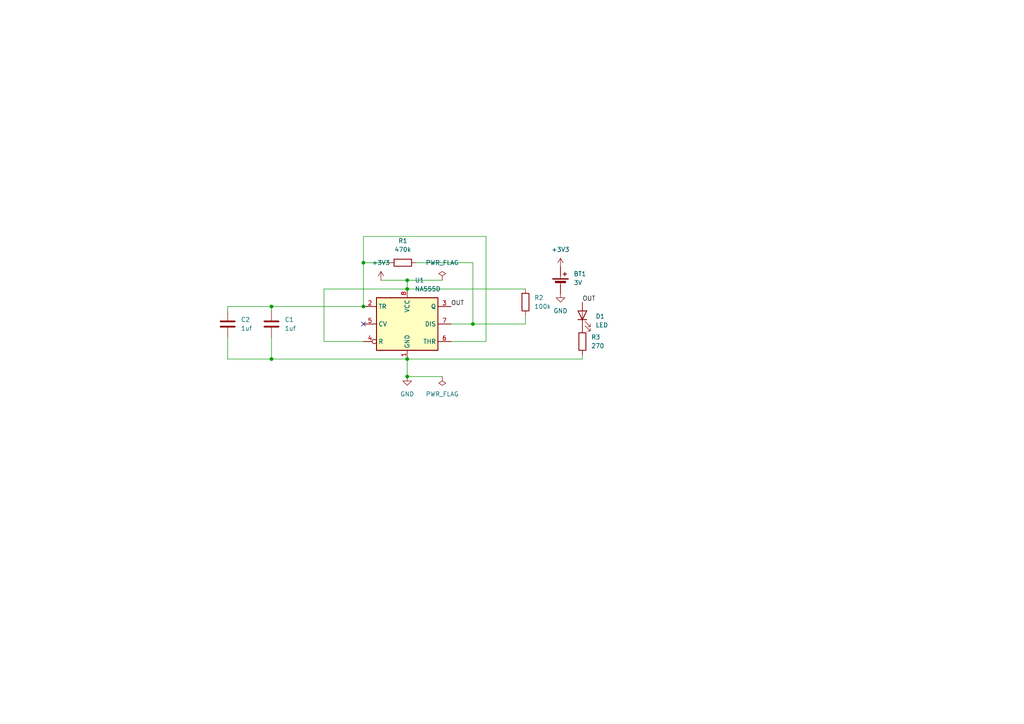
<source format=kicad_sch>
(kicad_sch
	(version 20231120)
	(generator "eeschema")
	(generator_version "8.0")
	(uuid "c71e4955-c9a1-40a7-ae39-f4b87d80f3ae")
	(paper "A4")
	(lib_symbols
		(symbol "Device:Battery_Cell"
			(pin_numbers hide)
			(pin_names
				(offset 0) hide)
			(exclude_from_sim no)
			(in_bom yes)
			(on_board yes)
			(property "Reference" "BT"
				(at 2.54 2.54 0)
				(effects
					(font
						(size 1.27 1.27)
					)
					(justify left)
				)
			)
			(property "Value" "Battery_Cell"
				(at 2.54 0 0)
				(effects
					(font
						(size 1.27 1.27)
					)
					(justify left)
				)
			)
			(property "Footprint" ""
				(at 0 1.524 90)
				(effects
					(font
						(size 1.27 1.27)
					)
					(hide yes)
				)
			)
			(property "Datasheet" "~"
				(at 0 1.524 90)
				(effects
					(font
						(size 1.27 1.27)
					)
					(hide yes)
				)
			)
			(property "Description" "Single-cell battery"
				(at 0 0 0)
				(effects
					(font
						(size 1.27 1.27)
					)
					(hide yes)
				)
			)
			(property "ki_keywords" "battery cell"
				(at 0 0 0)
				(effects
					(font
						(size 1.27 1.27)
					)
					(hide yes)
				)
			)
			(symbol "Battery_Cell_0_1"
				(rectangle
					(start -2.286 1.778)
					(end 2.286 1.524)
					(stroke
						(width 0)
						(type default)
					)
					(fill
						(type outline)
					)
				)
				(rectangle
					(start -1.524 1.016)
					(end 1.524 0.508)
					(stroke
						(width 0)
						(type default)
					)
					(fill
						(type outline)
					)
				)
				(polyline
					(pts
						(xy 0 0.762) (xy 0 0)
					)
					(stroke
						(width 0)
						(type default)
					)
					(fill
						(type none)
					)
				)
				(polyline
					(pts
						(xy 0 1.778) (xy 0 2.54)
					)
					(stroke
						(width 0)
						(type default)
					)
					(fill
						(type none)
					)
				)
				(polyline
					(pts
						(xy 0.762 3.048) (xy 1.778 3.048)
					)
					(stroke
						(width 0.254)
						(type default)
					)
					(fill
						(type none)
					)
				)
				(polyline
					(pts
						(xy 1.27 3.556) (xy 1.27 2.54)
					)
					(stroke
						(width 0.254)
						(type default)
					)
					(fill
						(type none)
					)
				)
			)
			(symbol "Battery_Cell_1_1"
				(pin passive line
					(at 0 5.08 270)
					(length 2.54)
					(name "+"
						(effects
							(font
								(size 1.27 1.27)
							)
						)
					)
					(number "1"
						(effects
							(font
								(size 1.27 1.27)
							)
						)
					)
				)
				(pin passive line
					(at 0 -2.54 90)
					(length 2.54)
					(name "-"
						(effects
							(font
								(size 1.27 1.27)
							)
						)
					)
					(number "2"
						(effects
							(font
								(size 1.27 1.27)
							)
						)
					)
				)
			)
		)
		(symbol "Device:C"
			(pin_numbers hide)
			(pin_names
				(offset 0.254)
			)
			(exclude_from_sim no)
			(in_bom yes)
			(on_board yes)
			(property "Reference" "C"
				(at 0.635 2.54 0)
				(effects
					(font
						(size 1.27 1.27)
					)
					(justify left)
				)
			)
			(property "Value" "C"
				(at 0.635 -2.54 0)
				(effects
					(font
						(size 1.27 1.27)
					)
					(justify left)
				)
			)
			(property "Footprint" ""
				(at 0.9652 -3.81 0)
				(effects
					(font
						(size 1.27 1.27)
					)
					(hide yes)
				)
			)
			(property "Datasheet" "~"
				(at 0 0 0)
				(effects
					(font
						(size 1.27 1.27)
					)
					(hide yes)
				)
			)
			(property "Description" "Unpolarized capacitor"
				(at 0 0 0)
				(effects
					(font
						(size 1.27 1.27)
					)
					(hide yes)
				)
			)
			(property "ki_keywords" "cap capacitor"
				(at 0 0 0)
				(effects
					(font
						(size 1.27 1.27)
					)
					(hide yes)
				)
			)
			(property "ki_fp_filters" "C_*"
				(at 0 0 0)
				(effects
					(font
						(size 1.27 1.27)
					)
					(hide yes)
				)
			)
			(symbol "C_0_1"
				(polyline
					(pts
						(xy -2.032 -0.762) (xy 2.032 -0.762)
					)
					(stroke
						(width 0.508)
						(type default)
					)
					(fill
						(type none)
					)
				)
				(polyline
					(pts
						(xy -2.032 0.762) (xy 2.032 0.762)
					)
					(stroke
						(width 0.508)
						(type default)
					)
					(fill
						(type none)
					)
				)
			)
			(symbol "C_1_1"
				(pin passive line
					(at 0 3.81 270)
					(length 2.794)
					(name "~"
						(effects
							(font
								(size 1.27 1.27)
							)
						)
					)
					(number "1"
						(effects
							(font
								(size 1.27 1.27)
							)
						)
					)
				)
				(pin passive line
					(at 0 -3.81 90)
					(length 2.794)
					(name "~"
						(effects
							(font
								(size 1.27 1.27)
							)
						)
					)
					(number "2"
						(effects
							(font
								(size 1.27 1.27)
							)
						)
					)
				)
			)
		)
		(symbol "Device:LED"
			(pin_numbers hide)
			(pin_names
				(offset 1.016) hide)
			(exclude_from_sim no)
			(in_bom yes)
			(on_board yes)
			(property "Reference" "D"
				(at 0 2.54 0)
				(effects
					(font
						(size 1.27 1.27)
					)
				)
			)
			(property "Value" "LED"
				(at 0 -2.54 0)
				(effects
					(font
						(size 1.27 1.27)
					)
				)
			)
			(property "Footprint" ""
				(at 0 0 0)
				(effects
					(font
						(size 1.27 1.27)
					)
					(hide yes)
				)
			)
			(property "Datasheet" "~"
				(at 0 0 0)
				(effects
					(font
						(size 1.27 1.27)
					)
					(hide yes)
				)
			)
			(property "Description" "Light emitting diode"
				(at 0 0 0)
				(effects
					(font
						(size 1.27 1.27)
					)
					(hide yes)
				)
			)
			(property "ki_keywords" "LED diode"
				(at 0 0 0)
				(effects
					(font
						(size 1.27 1.27)
					)
					(hide yes)
				)
			)
			(property "ki_fp_filters" "LED* LED_SMD:* LED_THT:*"
				(at 0 0 0)
				(effects
					(font
						(size 1.27 1.27)
					)
					(hide yes)
				)
			)
			(symbol "LED_0_1"
				(polyline
					(pts
						(xy -1.27 -1.27) (xy -1.27 1.27)
					)
					(stroke
						(width 0.254)
						(type default)
					)
					(fill
						(type none)
					)
				)
				(polyline
					(pts
						(xy -1.27 0) (xy 1.27 0)
					)
					(stroke
						(width 0)
						(type default)
					)
					(fill
						(type none)
					)
				)
				(polyline
					(pts
						(xy 1.27 -1.27) (xy 1.27 1.27) (xy -1.27 0) (xy 1.27 -1.27)
					)
					(stroke
						(width 0.254)
						(type default)
					)
					(fill
						(type none)
					)
				)
				(polyline
					(pts
						(xy -3.048 -0.762) (xy -4.572 -2.286) (xy -3.81 -2.286) (xy -4.572 -2.286) (xy -4.572 -1.524)
					)
					(stroke
						(width 0)
						(type default)
					)
					(fill
						(type none)
					)
				)
				(polyline
					(pts
						(xy -1.778 -0.762) (xy -3.302 -2.286) (xy -2.54 -2.286) (xy -3.302 -2.286) (xy -3.302 -1.524)
					)
					(stroke
						(width 0)
						(type default)
					)
					(fill
						(type none)
					)
				)
			)
			(symbol "LED_1_1"
				(pin passive line
					(at -3.81 0 0)
					(length 2.54)
					(name "K"
						(effects
							(font
								(size 1.27 1.27)
							)
						)
					)
					(number "1"
						(effects
							(font
								(size 1.27 1.27)
							)
						)
					)
				)
				(pin passive line
					(at 3.81 0 180)
					(length 2.54)
					(name "A"
						(effects
							(font
								(size 1.27 1.27)
							)
						)
					)
					(number "2"
						(effects
							(font
								(size 1.27 1.27)
							)
						)
					)
				)
			)
		)
		(symbol "Device:R"
			(pin_numbers hide)
			(pin_names
				(offset 0)
			)
			(exclude_from_sim no)
			(in_bom yes)
			(on_board yes)
			(property "Reference" "R"
				(at 2.032 0 90)
				(effects
					(font
						(size 1.27 1.27)
					)
				)
			)
			(property "Value" "R"
				(at 0 0 90)
				(effects
					(font
						(size 1.27 1.27)
					)
				)
			)
			(property "Footprint" ""
				(at -1.778 0 90)
				(effects
					(font
						(size 1.27 1.27)
					)
					(hide yes)
				)
			)
			(property "Datasheet" "~"
				(at 0 0 0)
				(effects
					(font
						(size 1.27 1.27)
					)
					(hide yes)
				)
			)
			(property "Description" "Resistor"
				(at 0 0 0)
				(effects
					(font
						(size 1.27 1.27)
					)
					(hide yes)
				)
			)
			(property "ki_keywords" "R res resistor"
				(at 0 0 0)
				(effects
					(font
						(size 1.27 1.27)
					)
					(hide yes)
				)
			)
			(property "ki_fp_filters" "R_*"
				(at 0 0 0)
				(effects
					(font
						(size 1.27 1.27)
					)
					(hide yes)
				)
			)
			(symbol "R_0_1"
				(rectangle
					(start -1.016 -2.54)
					(end 1.016 2.54)
					(stroke
						(width 0.254)
						(type default)
					)
					(fill
						(type none)
					)
				)
			)
			(symbol "R_1_1"
				(pin passive line
					(at 0 3.81 270)
					(length 1.27)
					(name "~"
						(effects
							(font
								(size 1.27 1.27)
							)
						)
					)
					(number "1"
						(effects
							(font
								(size 1.27 1.27)
							)
						)
					)
				)
				(pin passive line
					(at 0 -3.81 90)
					(length 1.27)
					(name "~"
						(effects
							(font
								(size 1.27 1.27)
							)
						)
					)
					(number "2"
						(effects
							(font
								(size 1.27 1.27)
							)
						)
					)
				)
			)
		)
		(symbol "Timer:NA555D"
			(exclude_from_sim no)
			(in_bom yes)
			(on_board yes)
			(property "Reference" "U"
				(at -10.16 8.89 0)
				(effects
					(font
						(size 1.27 1.27)
					)
					(justify left)
				)
			)
			(property "Value" "NA555D"
				(at 2.54 8.89 0)
				(effects
					(font
						(size 1.27 1.27)
					)
					(justify left)
				)
			)
			(property "Footprint" "Package_SO:SOIC-8_3.9x4.9mm_P1.27mm"
				(at 21.59 -10.16 0)
				(effects
					(font
						(size 1.27 1.27)
					)
					(hide yes)
				)
			)
			(property "Datasheet" "http://www.ti.com/lit/ds/symlink/ne555.pdf"
				(at 21.59 -10.16 0)
				(effects
					(font
						(size 1.27 1.27)
					)
					(hide yes)
				)
			)
			(property "Description" "Precision Timers, 555 compatible, SOIC-8"
				(at 0 0 0)
				(effects
					(font
						(size 1.27 1.27)
					)
					(hide yes)
				)
			)
			(property "ki_keywords" "single timer 555"
				(at 0 0 0)
				(effects
					(font
						(size 1.27 1.27)
					)
					(hide yes)
				)
			)
			(property "ki_fp_filters" "SOIC*3.9x4.9mm*P1.27mm*"
				(at 0 0 0)
				(effects
					(font
						(size 1.27 1.27)
					)
					(hide yes)
				)
			)
			(symbol "NA555D_0_0"
				(pin power_in line
					(at 0 -10.16 90)
					(length 2.54)
					(name "GND"
						(effects
							(font
								(size 1.27 1.27)
							)
						)
					)
					(number "1"
						(effects
							(font
								(size 1.27 1.27)
							)
						)
					)
				)
				(pin power_in line
					(at 0 10.16 270)
					(length 2.54)
					(name "VCC"
						(effects
							(font
								(size 1.27 1.27)
							)
						)
					)
					(number "8"
						(effects
							(font
								(size 1.27 1.27)
							)
						)
					)
				)
			)
			(symbol "NA555D_0_1"
				(rectangle
					(start -8.89 -7.62)
					(end 8.89 7.62)
					(stroke
						(width 0.254)
						(type default)
					)
					(fill
						(type background)
					)
				)
				(rectangle
					(start -8.89 -7.62)
					(end 8.89 7.62)
					(stroke
						(width 0.254)
						(type default)
					)
					(fill
						(type background)
					)
				)
			)
			(symbol "NA555D_1_1"
				(pin input line
					(at -12.7 5.08 0)
					(length 3.81)
					(name "TR"
						(effects
							(font
								(size 1.27 1.27)
							)
						)
					)
					(number "2"
						(effects
							(font
								(size 1.27 1.27)
							)
						)
					)
				)
				(pin output line
					(at 12.7 5.08 180)
					(length 3.81)
					(name "Q"
						(effects
							(font
								(size 1.27 1.27)
							)
						)
					)
					(number "3"
						(effects
							(font
								(size 1.27 1.27)
							)
						)
					)
				)
				(pin input inverted
					(at -12.7 -5.08 0)
					(length 3.81)
					(name "R"
						(effects
							(font
								(size 1.27 1.27)
							)
						)
					)
					(number "4"
						(effects
							(font
								(size 1.27 1.27)
							)
						)
					)
				)
				(pin input line
					(at -12.7 0 0)
					(length 3.81)
					(name "CV"
						(effects
							(font
								(size 1.27 1.27)
							)
						)
					)
					(number "5"
						(effects
							(font
								(size 1.27 1.27)
							)
						)
					)
				)
				(pin input line
					(at 12.7 -5.08 180)
					(length 3.81)
					(name "THR"
						(effects
							(font
								(size 1.27 1.27)
							)
						)
					)
					(number "6"
						(effects
							(font
								(size 1.27 1.27)
							)
						)
					)
				)
				(pin input line
					(at 12.7 0 180)
					(length 3.81)
					(name "DIS"
						(effects
							(font
								(size 1.27 1.27)
							)
						)
					)
					(number "7"
						(effects
							(font
								(size 1.27 1.27)
							)
						)
					)
				)
			)
		)
		(symbol "power:+3V3"
			(power)
			(pin_numbers hide)
			(pin_names
				(offset 0) hide)
			(exclude_from_sim no)
			(in_bom yes)
			(on_board yes)
			(property "Reference" "#PWR"
				(at 0 -3.81 0)
				(effects
					(font
						(size 1.27 1.27)
					)
					(hide yes)
				)
			)
			(property "Value" "+3V3"
				(at 0 3.556 0)
				(effects
					(font
						(size 1.27 1.27)
					)
				)
			)
			(property "Footprint" ""
				(at 0 0 0)
				(effects
					(font
						(size 1.27 1.27)
					)
					(hide yes)
				)
			)
			(property "Datasheet" ""
				(at 0 0 0)
				(effects
					(font
						(size 1.27 1.27)
					)
					(hide yes)
				)
			)
			(property "Description" "Power symbol creates a global label with name \"+3V3\""
				(at 0 0 0)
				(effects
					(font
						(size 1.27 1.27)
					)
					(hide yes)
				)
			)
			(property "ki_keywords" "global power"
				(at 0 0 0)
				(effects
					(font
						(size 1.27 1.27)
					)
					(hide yes)
				)
			)
			(symbol "+3V3_0_1"
				(polyline
					(pts
						(xy -0.762 1.27) (xy 0 2.54)
					)
					(stroke
						(width 0)
						(type default)
					)
					(fill
						(type none)
					)
				)
				(polyline
					(pts
						(xy 0 0) (xy 0 2.54)
					)
					(stroke
						(width 0)
						(type default)
					)
					(fill
						(type none)
					)
				)
				(polyline
					(pts
						(xy 0 2.54) (xy 0.762 1.27)
					)
					(stroke
						(width 0)
						(type default)
					)
					(fill
						(type none)
					)
				)
			)
			(symbol "+3V3_1_1"
				(pin power_in line
					(at 0 0 90)
					(length 0)
					(name "~"
						(effects
							(font
								(size 1.27 1.27)
							)
						)
					)
					(number "1"
						(effects
							(font
								(size 1.27 1.27)
							)
						)
					)
				)
			)
		)
		(symbol "power:GND"
			(power)
			(pin_numbers hide)
			(pin_names
				(offset 0) hide)
			(exclude_from_sim no)
			(in_bom yes)
			(on_board yes)
			(property "Reference" "#PWR"
				(at 0 -6.35 0)
				(effects
					(font
						(size 1.27 1.27)
					)
					(hide yes)
				)
			)
			(property "Value" "GND"
				(at 0 -3.81 0)
				(effects
					(font
						(size 1.27 1.27)
					)
				)
			)
			(property "Footprint" ""
				(at 0 0 0)
				(effects
					(font
						(size 1.27 1.27)
					)
					(hide yes)
				)
			)
			(property "Datasheet" ""
				(at 0 0 0)
				(effects
					(font
						(size 1.27 1.27)
					)
					(hide yes)
				)
			)
			(property "Description" "Power symbol creates a global label with name \"GND\" , ground"
				(at 0 0 0)
				(effects
					(font
						(size 1.27 1.27)
					)
					(hide yes)
				)
			)
			(property "ki_keywords" "global power"
				(at 0 0 0)
				(effects
					(font
						(size 1.27 1.27)
					)
					(hide yes)
				)
			)
			(symbol "GND_0_1"
				(polyline
					(pts
						(xy 0 0) (xy 0 -1.27) (xy 1.27 -1.27) (xy 0 -2.54) (xy -1.27 -1.27) (xy 0 -1.27)
					)
					(stroke
						(width 0)
						(type default)
					)
					(fill
						(type none)
					)
				)
			)
			(symbol "GND_1_1"
				(pin power_in line
					(at 0 0 270)
					(length 0)
					(name "~"
						(effects
							(font
								(size 1.27 1.27)
							)
						)
					)
					(number "1"
						(effects
							(font
								(size 1.27 1.27)
							)
						)
					)
				)
			)
		)
		(symbol "power:PWR_FLAG"
			(power)
			(pin_numbers hide)
			(pin_names
				(offset 0) hide)
			(exclude_from_sim no)
			(in_bom yes)
			(on_board yes)
			(property "Reference" "#FLG"
				(at 0 1.905 0)
				(effects
					(font
						(size 1.27 1.27)
					)
					(hide yes)
				)
			)
			(property "Value" "PWR_FLAG"
				(at 0 3.81 0)
				(effects
					(font
						(size 1.27 1.27)
					)
				)
			)
			(property "Footprint" ""
				(at 0 0 0)
				(effects
					(font
						(size 1.27 1.27)
					)
					(hide yes)
				)
			)
			(property "Datasheet" "~"
				(at 0 0 0)
				(effects
					(font
						(size 1.27 1.27)
					)
					(hide yes)
				)
			)
			(property "Description" "Special symbol for telling ERC where power comes from"
				(at 0 0 0)
				(effects
					(font
						(size 1.27 1.27)
					)
					(hide yes)
				)
			)
			(property "ki_keywords" "flag power"
				(at 0 0 0)
				(effects
					(font
						(size 1.27 1.27)
					)
					(hide yes)
				)
			)
			(symbol "PWR_FLAG_0_0"
				(pin power_out line
					(at 0 0 90)
					(length 0)
					(name "~"
						(effects
							(font
								(size 1.27 1.27)
							)
						)
					)
					(number "1"
						(effects
							(font
								(size 1.27 1.27)
							)
						)
					)
				)
			)
			(symbol "PWR_FLAG_0_1"
				(polyline
					(pts
						(xy 0 0) (xy 0 1.27) (xy -1.016 1.905) (xy 0 2.54) (xy 1.016 1.905) (xy 0 1.27)
					)
					(stroke
						(width 0)
						(type default)
					)
					(fill
						(type none)
					)
				)
			)
		)
	)
	(junction
		(at 118.11 81.28)
		(diameter 0)
		(color 0 0 0 0)
		(uuid "07cb6c3b-bfe3-40b2-9d9c-58157db60d0d")
	)
	(junction
		(at 118.11 83.82)
		(diameter 0)
		(color 0 0 0 0)
		(uuid "07eebd90-4530-468c-b76e-2ccdbebfe184")
	)
	(junction
		(at 118.11 104.14)
		(diameter 0)
		(color 0 0 0 0)
		(uuid "08367aed-20f1-4da2-981d-d061a83ac519")
	)
	(junction
		(at 118.11 109.22)
		(diameter 0)
		(color 0 0 0 0)
		(uuid "6d957819-4c09-4296-9344-40df0be14fba")
	)
	(junction
		(at 78.74 104.14)
		(diameter 0)
		(color 0 0 0 0)
		(uuid "c1fcac20-89d2-4d5f-a87b-4431c4b93ec6")
	)
	(junction
		(at 78.74 88.9)
		(diameter 0)
		(color 0 0 0 0)
		(uuid "d457d6db-de70-4f67-a071-e1451acdc65e")
	)
	(junction
		(at 105.41 76.2)
		(diameter 0)
		(color 0 0 0 0)
		(uuid "d47fc77e-638f-4cc7-8b70-7d6d144cf2b9")
	)
	(junction
		(at 137.16 93.98)
		(diameter 0)
		(color 0 0 0 0)
		(uuid "dd31bbc8-2426-4043-9ea6-2738a95dbb1d")
	)
	(junction
		(at 105.41 88.9)
		(diameter 0)
		(color 0 0 0 0)
		(uuid "e2414e71-ac49-48db-9d60-bbe08e678d0c")
	)
	(no_connect
		(at 105.41 93.98)
		(uuid "aecd2016-f619-4162-8319-0ffec0b22c69")
	)
	(wire
		(pts
			(xy 78.74 88.9) (xy 105.41 88.9)
		)
		(stroke
			(width 0)
			(type default)
		)
		(uuid "00bddc8b-cf94-4ca4-b2c0-d4c4f1129968")
	)
	(wire
		(pts
			(xy 66.04 88.9) (xy 78.74 88.9)
		)
		(stroke
			(width 0)
			(type default)
		)
		(uuid "016f3c12-107b-462f-af06-48ce52cb5ca9")
	)
	(wire
		(pts
			(xy 118.11 109.22) (xy 128.27 109.22)
		)
		(stroke
			(width 0)
			(type default)
		)
		(uuid "08c8a456-db59-43d0-8806-3c91ee633aa1")
	)
	(wire
		(pts
			(xy 137.16 76.2) (xy 137.16 93.98)
		)
		(stroke
			(width 0)
			(type default)
		)
		(uuid "1559bf3d-fd8c-47bc-a49e-9bc02f826cc1")
	)
	(wire
		(pts
			(xy 128.27 81.28) (xy 118.11 81.28)
		)
		(stroke
			(width 0)
			(type default)
		)
		(uuid "23c7aca6-0f5e-4f3c-ae18-845b1928e4f4")
	)
	(wire
		(pts
			(xy 137.16 93.98) (xy 130.81 93.98)
		)
		(stroke
			(width 0)
			(type default)
		)
		(uuid "2e041ed3-35e9-4a0d-9497-03f7d1f639e1")
	)
	(wire
		(pts
			(xy 152.4 83.82) (xy 118.11 83.82)
		)
		(stroke
			(width 0)
			(type default)
		)
		(uuid "4620ed24-d123-47dd-9ff6-335eecdb19e2")
	)
	(wire
		(pts
			(xy 152.4 91.44) (xy 152.4 93.98)
		)
		(stroke
			(width 0)
			(type default)
		)
		(uuid "4bea74c4-c22d-4aca-81ca-08cb2ee1a596")
	)
	(wire
		(pts
			(xy 130.81 99.06) (xy 140.97 99.06)
		)
		(stroke
			(width 0)
			(type default)
		)
		(uuid "59b3213c-8bae-487f-8b64-9ca28175991c")
	)
	(wire
		(pts
			(xy 137.16 93.98) (xy 152.4 93.98)
		)
		(stroke
			(width 0)
			(type default)
		)
		(uuid "5e4b6b30-6489-451a-afa9-0615fd098bae")
	)
	(wire
		(pts
			(xy 78.74 97.79) (xy 78.74 104.14)
		)
		(stroke
			(width 0)
			(type default)
		)
		(uuid "5f3cb57d-0d53-49e8-ac50-200873c8b83e")
	)
	(wire
		(pts
			(xy 118.11 104.14) (xy 118.11 109.22)
		)
		(stroke
			(width 0)
			(type default)
		)
		(uuid "6b85bad1-d9bf-4697-93b0-0459ef35f330")
	)
	(wire
		(pts
			(xy 113.03 76.2) (xy 105.41 76.2)
		)
		(stroke
			(width 0)
			(type default)
		)
		(uuid "7ec6267c-7f1b-48e9-a0f0-bf0beeac8cc1")
	)
	(wire
		(pts
			(xy 118.11 81.28) (xy 118.11 83.82)
		)
		(stroke
			(width 0)
			(type default)
		)
		(uuid "87d3d55e-35a6-4f74-b0d9-20eeaadd5264")
	)
	(wire
		(pts
			(xy 78.74 104.14) (xy 118.11 104.14)
		)
		(stroke
			(width 0)
			(type default)
		)
		(uuid "8cff406f-1cd2-4a25-8c95-81ff1463e06c")
	)
	(wire
		(pts
			(xy 93.98 83.82) (xy 93.98 99.06)
		)
		(stroke
			(width 0)
			(type default)
		)
		(uuid "908821dd-992b-4262-9cd3-042c4088bef1")
	)
	(wire
		(pts
			(xy 140.97 68.58) (xy 105.41 68.58)
		)
		(stroke
			(width 0)
			(type default)
		)
		(uuid "90a0c37a-0de9-486a-b203-4b577212eba0")
	)
	(wire
		(pts
			(xy 105.41 76.2) (xy 105.41 88.9)
		)
		(stroke
			(width 0)
			(type default)
		)
		(uuid "93ee564e-50ba-425c-876f-7a7dd934d290")
	)
	(wire
		(pts
			(xy 118.11 83.82) (xy 93.98 83.82)
		)
		(stroke
			(width 0)
			(type default)
		)
		(uuid "a0c6ca04-ec1b-44cc-8d8c-d0e1f49c2c45")
	)
	(wire
		(pts
			(xy 105.41 68.58) (xy 105.41 76.2)
		)
		(stroke
			(width 0)
			(type default)
		)
		(uuid "aca9bbcd-eeaf-4870-a02d-230004d919c3")
	)
	(wire
		(pts
			(xy 66.04 97.79) (xy 66.04 104.14)
		)
		(stroke
			(width 0)
			(type default)
		)
		(uuid "b2e8ff04-fb56-47f6-bacc-888c6c377327")
	)
	(wire
		(pts
			(xy 93.98 99.06) (xy 105.41 99.06)
		)
		(stroke
			(width 0)
			(type default)
		)
		(uuid "b58facc1-bacd-4567-9f8d-276cc362b97f")
	)
	(wire
		(pts
			(xy 78.74 90.17) (xy 78.74 88.9)
		)
		(stroke
			(width 0)
			(type default)
		)
		(uuid "c4588814-1f85-431f-b7d5-77400d4c98e0")
	)
	(wire
		(pts
			(xy 66.04 90.17) (xy 66.04 88.9)
		)
		(stroke
			(width 0)
			(type default)
		)
		(uuid "cbe820fe-ad18-4824-8db2-b62f223de459")
	)
	(wire
		(pts
			(xy 168.91 104.14) (xy 118.11 104.14)
		)
		(stroke
			(width 0)
			(type default)
		)
		(uuid "ce3cdba2-db55-4ccf-b78d-c59c4f8ee0b6")
	)
	(wire
		(pts
			(xy 120.65 76.2) (xy 137.16 76.2)
		)
		(stroke
			(width 0)
			(type default)
		)
		(uuid "e6570c42-1cde-41dd-8b37-1b8954e32efb")
	)
	(wire
		(pts
			(xy 110.49 81.28) (xy 118.11 81.28)
		)
		(stroke
			(width 0)
			(type default)
		)
		(uuid "e9172086-4a8d-4b7a-b23a-25b69b696d7e")
	)
	(wire
		(pts
			(xy 66.04 104.14) (xy 78.74 104.14)
		)
		(stroke
			(width 0)
			(type default)
		)
		(uuid "ebb6a336-b520-4d09-b458-0942e7bb05c6")
	)
	(wire
		(pts
			(xy 140.97 99.06) (xy 140.97 68.58)
		)
		(stroke
			(width 0)
			(type default)
		)
		(uuid "fb935af9-ee1b-4002-b775-ded768d03e16")
	)
	(wire
		(pts
			(xy 168.91 102.87) (xy 168.91 104.14)
		)
		(stroke
			(width 0)
			(type default)
		)
		(uuid "fd5fa8e7-7524-4b21-bdf1-ec8e043130f5")
	)
	(label "OUT"
		(at 130.81 88.9 0)
		(fields_autoplaced yes)
		(effects
			(font
				(size 1.27 1.27)
			)
			(justify left bottom)
		)
		(uuid "4d5f5a2b-e5e3-4bdc-a3df-17f85d862f92")
	)
	(label "OUT"
		(at 168.91 87.63 0)
		(fields_autoplaced yes)
		(effects
			(font
				(size 1.27 1.27)
			)
			(justify left bottom)
		)
		(uuid "8fb2273c-057a-4c8d-8fe0-e913301cd4eb")
	)
	(symbol
		(lib_id "power:GND")
		(at 162.56 85.09 0)
		(unit 1)
		(exclude_from_sim no)
		(in_bom yes)
		(on_board yes)
		(dnp no)
		(fields_autoplaced yes)
		(uuid "3ad73e20-dcf9-4b4a-9e22-7a519c5e74c2")
		(property "Reference" "#PWR04"
			(at 162.56 91.44 0)
			(effects
				(font
					(size 1.27 1.27)
				)
				(hide yes)
			)
		)
		(property "Value" "GND"
			(at 162.56 90.17 0)
			(effects
				(font
					(size 1.27 1.27)
				)
			)
		)
		(property "Footprint" ""
			(at 162.56 85.09 0)
			(effects
				(font
					(size 1.27 1.27)
				)
				(hide yes)
			)
		)
		(property "Datasheet" ""
			(at 162.56 85.09 0)
			(effects
				(font
					(size 1.27 1.27)
				)
				(hide yes)
			)
		)
		(property "Description" "Power symbol creates a global label with name \"GND\" , ground"
			(at 162.56 85.09 0)
			(effects
				(font
					(size 1.27 1.27)
				)
				(hide yes)
			)
		)
		(pin "1"
			(uuid "037ede1d-e7ee-407b-94cd-06bd9964d897")
		)
		(instances
			(project "MyNEW_PCB_ART_SJCET"
				(path "/c71e4955-c9a1-40a7-ae39-f4b87d80f3ae"
					(reference "#PWR04")
					(unit 1)
				)
			)
		)
	)
	(symbol
		(lib_id "Device:Battery_Cell")
		(at 162.56 82.55 0)
		(unit 1)
		(exclude_from_sim no)
		(in_bom yes)
		(on_board yes)
		(dnp no)
		(fields_autoplaced yes)
		(uuid "5a1e71ce-f7b9-4a97-a167-5b78cfcb30f9")
		(property "Reference" "BT1"
			(at 166.37 79.4384 0)
			(effects
				(font
					(size 1.27 1.27)
				)
				(justify left)
			)
		)
		(property "Value" "3V"
			(at 166.37 81.9784 0)
			(effects
				(font
					(size 1.27 1.27)
				)
				(justify left)
			)
		)
		(property "Footprint" "Battery_smd_pad_vinvout:battery_pads"
			(at 162.56 81.026 90)
			(effects
				(font
					(size 1.27 1.27)
				)
				(hide yes)
			)
		)
		(property "Datasheet" "~"
			(at 162.56 81.026 90)
			(effects
				(font
					(size 1.27 1.27)
				)
				(hide yes)
			)
		)
		(property "Description" "Single-cell battery"
			(at 162.56 82.55 0)
			(effects
				(font
					(size 1.27 1.27)
				)
				(hide yes)
			)
		)
		(pin "1"
			(uuid "9bc78e23-a522-41cd-a150-8e40a9e2f4d7")
		)
		(pin "2"
			(uuid "38d6e4e5-5425-4dbf-b989-f8421da3be2c")
		)
		(instances
			(project ""
				(path "/c71e4955-c9a1-40a7-ae39-f4b87d80f3ae"
					(reference "BT1")
					(unit 1)
				)
			)
		)
	)
	(symbol
		(lib_id "power:+3V3")
		(at 162.56 77.47 0)
		(unit 1)
		(exclude_from_sim no)
		(in_bom yes)
		(on_board yes)
		(dnp no)
		(fields_autoplaced yes)
		(uuid "693127c5-1771-4908-8c6c-8270f82cc5d4")
		(property "Reference" "#PWR03"
			(at 162.56 81.28 0)
			(effects
				(font
					(size 1.27 1.27)
				)
				(hide yes)
			)
		)
		(property "Value" "+3V3"
			(at 162.56 72.39 0)
			(effects
				(font
					(size 1.27 1.27)
				)
			)
		)
		(property "Footprint" ""
			(at 162.56 77.47 0)
			(effects
				(font
					(size 1.27 1.27)
				)
				(hide yes)
			)
		)
		(property "Datasheet" ""
			(at 162.56 77.47 0)
			(effects
				(font
					(size 1.27 1.27)
				)
				(hide yes)
			)
		)
		(property "Description" "Power symbol creates a global label with name \"+3V3\""
			(at 162.56 77.47 0)
			(effects
				(font
					(size 1.27 1.27)
				)
				(hide yes)
			)
		)
		(pin "1"
			(uuid "5ae0c26f-c879-4e23-92a5-5f2d975242f0")
		)
		(instances
			(project "MyNEW_PCB_ART_SJCET"
				(path "/c71e4955-c9a1-40a7-ae39-f4b87d80f3ae"
					(reference "#PWR03")
					(unit 1)
				)
			)
		)
	)
	(symbol
		(lib_id "Device:R")
		(at 116.84 76.2 90)
		(unit 1)
		(exclude_from_sim no)
		(in_bom yes)
		(on_board yes)
		(dnp no)
		(fields_autoplaced yes)
		(uuid "6a72116b-752d-4c5c-b5f2-fd73b6a965b1")
		(property "Reference" "R1"
			(at 116.84 69.85 90)
			(effects
				(font
					(size 1.27 1.27)
				)
			)
		)
		(property "Value" "470k"
			(at 116.84 72.39 90)
			(effects
				(font
					(size 1.27 1.27)
				)
			)
		)
		(property "Footprint" "Resistor_SMD:R_1206_3216Metric"
			(at 116.84 77.978 90)
			(effects
				(font
					(size 1.27 1.27)
				)
				(hide yes)
			)
		)
		(property "Datasheet" "~"
			(at 116.84 76.2 0)
			(effects
				(font
					(size 1.27 1.27)
				)
				(hide yes)
			)
		)
		(property "Description" "Resistor"
			(at 116.84 76.2 0)
			(effects
				(font
					(size 1.27 1.27)
				)
				(hide yes)
			)
		)
		(pin "1"
			(uuid "f6943468-9717-4079-801f-d80fea3cae73")
		)
		(pin "2"
			(uuid "26c36371-25cc-4e8e-acd7-8b8f92f26122")
		)
		(instances
			(project ""
				(path "/c71e4955-c9a1-40a7-ae39-f4b87d80f3ae"
					(reference "R1")
					(unit 1)
				)
			)
		)
	)
	(symbol
		(lib_id "Timer:NA555D")
		(at 118.11 93.98 0)
		(unit 1)
		(exclude_from_sim no)
		(in_bom yes)
		(on_board yes)
		(dnp no)
		(fields_autoplaced yes)
		(uuid "6cda4b28-127b-41fa-bf00-66b0f875f8ab")
		(property "Reference" "U1"
			(at 120.3041 81.28 0)
			(effects
				(font
					(size 1.27 1.27)
				)
				(justify left)
			)
		)
		(property "Value" "NA555D"
			(at 120.3041 83.82 0)
			(effects
				(font
					(size 1.27 1.27)
				)
				(justify left)
			)
		)
		(property "Footprint" "Package_SO:SOIC-8_3.9x4.9mm_P1.27mm"
			(at 139.7 104.14 0)
			(effects
				(font
					(size 1.27 1.27)
				)
				(hide yes)
			)
		)
		(property "Datasheet" "http://www.ti.com/lit/ds/symlink/ne555.pdf"
			(at 139.7 104.14 0)
			(effects
				(font
					(size 1.27 1.27)
				)
				(hide yes)
			)
		)
		(property "Description" "Precision Timers, 555 compatible, SOIC-8"
			(at 118.11 93.98 0)
			(effects
				(font
					(size 1.27 1.27)
				)
				(hide yes)
			)
		)
		(pin "5"
			(uuid "c5bb958b-da05-4b1b-b1fe-0b25057a77aa")
		)
		(pin "1"
			(uuid "8fe17243-2042-474e-b355-371e8fc3e592")
		)
		(pin "4"
			(uuid "155ba72a-efe5-4545-8609-fca41570830d")
		)
		(pin "7"
			(uuid "7495cadf-293a-491e-9615-d5333b5713a1")
		)
		(pin "8"
			(uuid "c1bcefa0-fb03-49f7-a4cf-165dfbfcc3b1")
		)
		(pin "2"
			(uuid "498fcd8d-2b6e-43dc-9745-a4708cab0179")
		)
		(pin "6"
			(uuid "f254ef04-5575-4834-9353-c60ac4773d49")
		)
		(pin "3"
			(uuid "9961d0e5-8d77-453c-867f-d9aeb1a72147")
		)
		(instances
			(project ""
				(path "/c71e4955-c9a1-40a7-ae39-f4b87d80f3ae"
					(reference "U1")
					(unit 1)
				)
			)
		)
	)
	(symbol
		(lib_id "power:+3V3")
		(at 110.49 81.28 0)
		(unit 1)
		(exclude_from_sim no)
		(in_bom yes)
		(on_board yes)
		(dnp no)
		(fields_autoplaced yes)
		(uuid "70c492b5-74f4-44ba-97e3-34ad5fccdf4b")
		(property "Reference" "#PWR01"
			(at 110.49 85.09 0)
			(effects
				(font
					(size 1.27 1.27)
				)
				(hide yes)
			)
		)
		(property "Value" "+3V3"
			(at 110.49 76.2 0)
			(effects
				(font
					(size 1.27 1.27)
				)
			)
		)
		(property "Footprint" ""
			(at 110.49 81.28 0)
			(effects
				(font
					(size 1.27 1.27)
				)
				(hide yes)
			)
		)
		(property "Datasheet" ""
			(at 110.49 81.28 0)
			(effects
				(font
					(size 1.27 1.27)
				)
				(hide yes)
			)
		)
		(property "Description" "Power symbol creates a global label with name \"+3V3\""
			(at 110.49 81.28 0)
			(effects
				(font
					(size 1.27 1.27)
				)
				(hide yes)
			)
		)
		(pin "1"
			(uuid "52f1a220-5dd5-45d7-a2fd-026f51704619")
		)
		(instances
			(project ""
				(path "/c71e4955-c9a1-40a7-ae39-f4b87d80f3ae"
					(reference "#PWR01")
					(unit 1)
				)
			)
		)
	)
	(symbol
		(lib_id "Device:R")
		(at 152.4 87.63 0)
		(unit 1)
		(exclude_from_sim no)
		(in_bom yes)
		(on_board yes)
		(dnp no)
		(fields_autoplaced yes)
		(uuid "ccf60c16-1feb-41d8-8048-d5fe41bb07ca")
		(property "Reference" "R2"
			(at 154.94 86.3599 0)
			(effects
				(font
					(size 1.27 1.27)
				)
				(justify left)
			)
		)
		(property "Value" "100k"
			(at 154.94 88.8999 0)
			(effects
				(font
					(size 1.27 1.27)
				)
				(justify left)
			)
		)
		(property "Footprint" "Resistor_SMD:R_0805_2012Metric"
			(at 150.622 87.63 90)
			(effects
				(font
					(size 1.27 1.27)
				)
				(hide yes)
			)
		)
		(property "Datasheet" "~"
			(at 152.4 87.63 0)
			(effects
				(font
					(size 1.27 1.27)
				)
				(hide yes)
			)
		)
		(property "Description" "Resistor"
			(at 152.4 87.63 0)
			(effects
				(font
					(size 1.27 1.27)
				)
				(hide yes)
			)
		)
		(pin "1"
			(uuid "711c4e91-3ac2-46a3-8d36-ebeef099cf1f")
		)
		(pin "2"
			(uuid "8d107a52-027e-4cb7-8b89-0b8afd1c4036")
		)
		(instances
			(project ""
				(path "/c71e4955-c9a1-40a7-ae39-f4b87d80f3ae"
					(reference "R2")
					(unit 1)
				)
			)
		)
	)
	(symbol
		(lib_id "Device:C")
		(at 78.74 93.98 0)
		(unit 1)
		(exclude_from_sim no)
		(in_bom yes)
		(on_board yes)
		(dnp no)
		(fields_autoplaced yes)
		(uuid "cff8c0f6-520d-4792-982c-cd4576aa9ec5")
		(property "Reference" "C1"
			(at 82.55 92.7099 0)
			(effects
				(font
					(size 1.27 1.27)
				)
				(justify left)
			)
		)
		(property "Value" "1uf"
			(at 82.55 95.2499 0)
			(effects
				(font
					(size 1.27 1.27)
				)
				(justify left)
			)
		)
		(property "Footprint" "Capacitor_SMD:C_1206_3216Metric"
			(at 79.7052 97.79 0)
			(effects
				(font
					(size 1.27 1.27)
				)
				(hide yes)
			)
		)
		(property "Datasheet" "~"
			(at 78.74 93.98 0)
			(effects
				(font
					(size 1.27 1.27)
				)
				(hide yes)
			)
		)
		(property "Description" "Unpolarized capacitor"
			(at 78.74 93.98 0)
			(effects
				(font
					(size 1.27 1.27)
				)
				(hide yes)
			)
		)
		(pin "2"
			(uuid "87566848-0266-46e7-92fc-dd6e8af126e4")
		)
		(pin "1"
			(uuid "4e58621a-329f-4d10-8584-ba931dd3a200")
		)
		(instances
			(project ""
				(path "/c71e4955-c9a1-40a7-ae39-f4b87d80f3ae"
					(reference "C1")
					(unit 1)
				)
			)
		)
	)
	(symbol
		(lib_id "Device:C")
		(at 66.04 93.98 0)
		(unit 1)
		(exclude_from_sim no)
		(in_bom yes)
		(on_board yes)
		(dnp no)
		(fields_autoplaced yes)
		(uuid "d0327052-c8f3-4742-ae07-4491baf02247")
		(property "Reference" "C2"
			(at 69.85 92.7099 0)
			(effects
				(font
					(size 1.27 1.27)
				)
				(justify left)
			)
		)
		(property "Value" "1uf"
			(at 69.85 95.2499 0)
			(effects
				(font
					(size 1.27 1.27)
				)
				(justify left)
			)
		)
		(property "Footprint" "Capacitor_SMD:C_1206_3216Metric"
			(at 67.0052 97.79 0)
			(effects
				(font
					(size 1.27 1.27)
				)
				(hide yes)
			)
		)
		(property "Datasheet" "~"
			(at 66.04 93.98 0)
			(effects
				(font
					(size 1.27 1.27)
				)
				(hide yes)
			)
		)
		(property "Description" "Unpolarized capacitor"
			(at 66.04 93.98 0)
			(effects
				(font
					(size 1.27 1.27)
				)
				(hide yes)
			)
		)
		(pin "2"
			(uuid "ebe4ec42-3530-419b-92c3-35eb4e55dc30")
		)
		(pin "1"
			(uuid "7f1f9c33-8ee9-4fe7-a0ed-e53a93a4e166")
		)
		(instances
			(project "MyNEW_PCB_ART_SJCET"
				(path "/c71e4955-c9a1-40a7-ae39-f4b87d80f3ae"
					(reference "C2")
					(unit 1)
				)
			)
		)
	)
	(symbol
		(lib_id "power:PWR_FLAG")
		(at 128.27 109.22 180)
		(unit 1)
		(exclude_from_sim no)
		(in_bom yes)
		(on_board yes)
		(dnp no)
		(fields_autoplaced yes)
		(uuid "d0d9856b-6d31-46dd-bdd2-c4cbbb4c1a05")
		(property "Reference" "#FLG02"
			(at 128.27 111.125 0)
			(effects
				(font
					(size 1.27 1.27)
				)
				(hide yes)
			)
		)
		(property "Value" "PWR_FLAG"
			(at 128.27 114.3 0)
			(effects
				(font
					(size 1.27 1.27)
				)
			)
		)
		(property "Footprint" ""
			(at 128.27 109.22 0)
			(effects
				(font
					(size 1.27 1.27)
				)
				(hide yes)
			)
		)
		(property "Datasheet" "~"
			(at 128.27 109.22 0)
			(effects
				(font
					(size 1.27 1.27)
				)
				(hide yes)
			)
		)
		(property "Description" "Special symbol for telling ERC where power comes from"
			(at 128.27 109.22 0)
			(effects
				(font
					(size 1.27 1.27)
				)
				(hide yes)
			)
		)
		(pin "1"
			(uuid "f65ea275-1bda-4139-a75a-90413d054d29")
		)
		(instances
			(project "MyNEW_PCB_ART_SJCET"
				(path "/c71e4955-c9a1-40a7-ae39-f4b87d80f3ae"
					(reference "#FLG02")
					(unit 1)
				)
			)
		)
	)
	(symbol
		(lib_id "power:PWR_FLAG")
		(at 128.27 81.28 0)
		(unit 1)
		(exclude_from_sim no)
		(in_bom yes)
		(on_board yes)
		(dnp no)
		(fields_autoplaced yes)
		(uuid "d23849b6-68be-4c06-be8d-f0d4be2ee3fc")
		(property "Reference" "#FLG01"
			(at 128.27 79.375 0)
			(effects
				(font
					(size 1.27 1.27)
				)
				(hide yes)
			)
		)
		(property "Value" "PWR_FLAG"
			(at 128.27 76.2 0)
			(effects
				(font
					(size 1.27 1.27)
				)
			)
		)
		(property "Footprint" ""
			(at 128.27 81.28 0)
			(effects
				(font
					(size 1.27 1.27)
				)
				(hide yes)
			)
		)
		(property "Datasheet" "~"
			(at 128.27 81.28 0)
			(effects
				(font
					(size 1.27 1.27)
				)
				(hide yes)
			)
		)
		(property "Description" "Special symbol for telling ERC where power comes from"
			(at 128.27 81.28 0)
			(effects
				(font
					(size 1.27 1.27)
				)
				(hide yes)
			)
		)
		(pin "1"
			(uuid "4ac7a823-01f3-45ac-a64e-fbfef2691ec5")
		)
		(instances
			(project ""
				(path "/c71e4955-c9a1-40a7-ae39-f4b87d80f3ae"
					(reference "#FLG01")
					(unit 1)
				)
			)
		)
	)
	(symbol
		(lib_id "Device:LED")
		(at 168.91 91.44 90)
		(unit 1)
		(exclude_from_sim no)
		(in_bom yes)
		(on_board yes)
		(dnp no)
		(fields_autoplaced yes)
		(uuid "d6c939a1-60d6-49b5-8132-93e6a683a343")
		(property "Reference" "D1"
			(at 172.72 91.7574 90)
			(effects
				(font
					(size 1.27 1.27)
				)
				(justify right)
			)
		)
		(property "Value" "LED"
			(at 172.72 94.2974 90)
			(effects
				(font
					(size 1.27 1.27)
				)
				(justify right)
			)
		)
		(property "Footprint" "LED_SMD:LED_0805_2012Metric"
			(at 168.91 91.44 0)
			(effects
				(font
					(size 1.27 1.27)
				)
				(hide yes)
			)
		)
		(property "Datasheet" "~"
			(at 168.91 91.44 0)
			(effects
				(font
					(size 1.27 1.27)
				)
				(hide yes)
			)
		)
		(property "Description" "Light emitting diode"
			(at 168.91 91.44 0)
			(effects
				(font
					(size 1.27 1.27)
				)
				(hide yes)
			)
		)
		(pin "2"
			(uuid "ba16dcbd-6cb4-4a2e-8a2f-68ce331c254c")
		)
		(pin "1"
			(uuid "2ca76ab7-a4e2-41d2-b965-74f3bb634f25")
		)
		(instances
			(project ""
				(path "/c71e4955-c9a1-40a7-ae39-f4b87d80f3ae"
					(reference "D1")
					(unit 1)
				)
			)
		)
	)
	(symbol
		(lib_id "Device:R")
		(at 168.91 99.06 0)
		(unit 1)
		(exclude_from_sim no)
		(in_bom yes)
		(on_board yes)
		(dnp no)
		(fields_autoplaced yes)
		(uuid "f1f41bc7-5f5d-4474-b0e4-5b77960bd6cc")
		(property "Reference" "R3"
			(at 171.45 97.7899 0)
			(effects
				(font
					(size 1.27 1.27)
				)
				(justify left)
			)
		)
		(property "Value" "270"
			(at 171.45 100.3299 0)
			(effects
				(font
					(size 1.27 1.27)
				)
				(justify left)
			)
		)
		(property "Footprint" "Resistor_SMD:R_1206_3216Metric"
			(at 167.132 99.06 90)
			(effects
				(font
					(size 1.27 1.27)
				)
				(hide yes)
			)
		)
		(property "Datasheet" "~"
			(at 168.91 99.06 0)
			(effects
				(font
					(size 1.27 1.27)
				)
				(hide yes)
			)
		)
		(property "Description" "Resistor"
			(at 168.91 99.06 0)
			(effects
				(font
					(size 1.27 1.27)
				)
				(hide yes)
			)
		)
		(pin "1"
			(uuid "8160d249-e366-46e7-a449-291c0cb24dc6")
		)
		(pin "2"
			(uuid "60cd9bc9-3b46-47f7-a1e3-ee43d3bf6e96")
		)
		(instances
			(project ""
				(path "/c71e4955-c9a1-40a7-ae39-f4b87d80f3ae"
					(reference "R3")
					(unit 1)
				)
			)
		)
	)
	(symbol
		(lib_id "power:GND")
		(at 118.11 109.22 0)
		(unit 1)
		(exclude_from_sim no)
		(in_bom yes)
		(on_board yes)
		(dnp no)
		(fields_autoplaced yes)
		(uuid "fb16cd62-804d-4271-8198-2ac9b277b8b7")
		(property "Reference" "#PWR02"
			(at 118.11 115.57 0)
			(effects
				(font
					(size 1.27 1.27)
				)
				(hide yes)
			)
		)
		(property "Value" "GND"
			(at 118.11 114.3 0)
			(effects
				(font
					(size 1.27 1.27)
				)
			)
		)
		(property "Footprint" ""
			(at 118.11 109.22 0)
			(effects
				(font
					(size 1.27 1.27)
				)
				(hide yes)
			)
		)
		(property "Datasheet" ""
			(at 118.11 109.22 0)
			(effects
				(font
					(size 1.27 1.27)
				)
				(hide yes)
			)
		)
		(property "Description" "Power symbol creates a global label with name \"GND\" , ground"
			(at 118.11 109.22 0)
			(effects
				(font
					(size 1.27 1.27)
				)
				(hide yes)
			)
		)
		(pin "1"
			(uuid "d01f271e-b541-41dc-b99f-2eee568f0036")
		)
		(instances
			(project ""
				(path "/c71e4955-c9a1-40a7-ae39-f4b87d80f3ae"
					(reference "#PWR02")
					(unit 1)
				)
			)
		)
	)
	(sheet_instances
		(path "/"
			(page "1")
		)
	)
)

</source>
